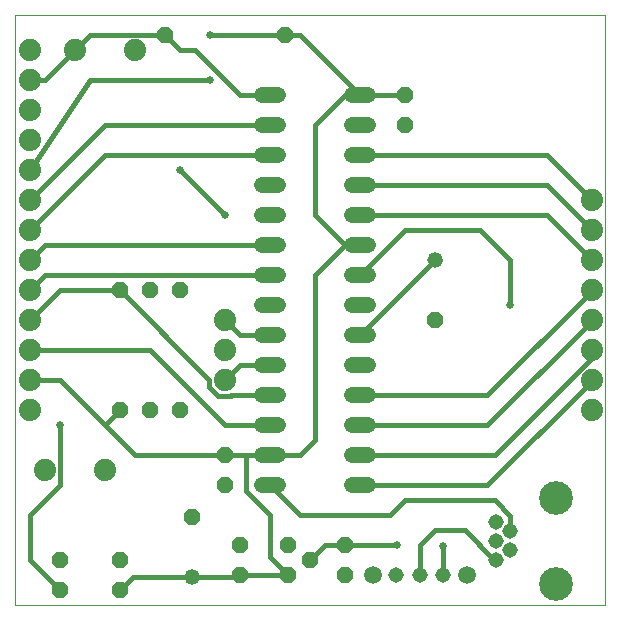
<source format=gtl>
G75*
%MOIN*%
%OFA0B0*%
%FSLAX25Y25*%
%IPPOS*%
%LPD*%
%AMOC8*
5,1,8,0,0,1.08239X$1,22.5*
%
%ADD10C,0.00000*%
%ADD11OC8,0.05200*%
%ADD12C,0.05200*%
%ADD13C,0.05150*%
%ADD14C,0.11220*%
%ADD15C,0.05200*%
%ADD16C,0.05937*%
%ADD17C,0.07400*%
%ADD18C,0.01600*%
%ADD19C,0.02578*%
D10*
X0005500Y0007548D02*
X0005500Y0204398D01*
X0202350Y0204398D01*
X0202350Y0007548D01*
X0005500Y0007548D01*
D11*
X0020500Y0012548D03*
X0020500Y0022548D03*
X0040500Y0022548D03*
X0040500Y0012548D03*
X0064500Y0037048D03*
X0075500Y0047548D03*
X0075500Y0057548D03*
X0060500Y0072548D03*
X0050500Y0072548D03*
X0040500Y0072548D03*
X0040500Y0112548D03*
X0050500Y0112548D03*
X0060500Y0112548D03*
X0135500Y0167548D03*
X0135500Y0177548D03*
X0095500Y0197548D03*
X0055500Y0197548D03*
X0145500Y0102548D03*
X0115500Y0027548D03*
X0115500Y0017548D03*
X0104000Y0022548D03*
X0096500Y0017548D03*
X0096500Y0027548D03*
X0080500Y0027548D03*
X0080500Y0017548D03*
D12*
X0064500Y0017048D03*
X0145500Y0122548D03*
D13*
X0165921Y0035347D03*
X0170646Y0032198D03*
X0165921Y0029048D03*
X0170646Y0025898D03*
X0165921Y0022749D03*
X0148374Y0017548D03*
X0140500Y0017548D03*
X0132626Y0017548D03*
D14*
X0186000Y0014678D03*
X0186000Y0043418D03*
D15*
X0123100Y0047548D02*
X0117900Y0047548D01*
X0117900Y0057548D02*
X0123100Y0057548D01*
X0123100Y0067548D02*
X0117900Y0067548D01*
X0117900Y0077548D02*
X0123100Y0077548D01*
X0123100Y0087548D02*
X0117900Y0087548D01*
X0117900Y0097548D02*
X0123100Y0097548D01*
X0123100Y0107548D02*
X0117900Y0107548D01*
X0117900Y0117548D02*
X0123100Y0117548D01*
X0123100Y0127548D02*
X0117900Y0127548D01*
X0117900Y0137548D02*
X0123100Y0137548D01*
X0123100Y0147548D02*
X0117900Y0147548D01*
X0117900Y0157548D02*
X0123100Y0157548D01*
X0123100Y0167548D02*
X0117900Y0167548D01*
X0117900Y0177548D02*
X0123100Y0177548D01*
X0093100Y0177548D02*
X0087900Y0177548D01*
X0087900Y0167548D02*
X0093100Y0167548D01*
X0093100Y0157548D02*
X0087900Y0157548D01*
X0087900Y0147548D02*
X0093100Y0147548D01*
X0093100Y0137548D02*
X0087900Y0137548D01*
X0087900Y0127548D02*
X0093100Y0127548D01*
X0093100Y0117548D02*
X0087900Y0117548D01*
X0087900Y0107548D02*
X0093100Y0107548D01*
X0093100Y0097548D02*
X0087900Y0097548D01*
X0087900Y0087548D02*
X0093100Y0087548D01*
X0093100Y0077548D02*
X0087900Y0077548D01*
X0087900Y0067548D02*
X0093100Y0067548D01*
X0093100Y0057548D02*
X0087900Y0057548D01*
X0087900Y0047548D02*
X0093100Y0047548D01*
D16*
X0124752Y0017548D03*
X0156248Y0017548D03*
D17*
X0198000Y0072548D03*
X0198000Y0082548D03*
X0198000Y0092548D03*
X0198000Y0102548D03*
X0198000Y0112548D03*
X0198000Y0122548D03*
X0198000Y0132548D03*
X0198000Y0142548D03*
X0075500Y0102548D03*
X0075500Y0092548D03*
X0075500Y0082548D03*
X0035500Y0052548D03*
X0015500Y0052548D03*
X0010500Y0072548D03*
X0010500Y0082548D03*
X0010500Y0092548D03*
X0010500Y0102548D03*
X0010500Y0112548D03*
X0010500Y0122548D03*
X0010500Y0132548D03*
X0010500Y0142548D03*
X0010500Y0152548D03*
X0010500Y0162548D03*
X0010500Y0172548D03*
X0010500Y0182548D03*
X0010500Y0192548D03*
X0025500Y0192548D03*
X0045500Y0192548D03*
D18*
X0047712Y0197548D02*
X0047612Y0197648D01*
X0030600Y0197648D01*
X0025500Y0192548D01*
X0015500Y0182548D01*
X0010500Y0182548D01*
X0030500Y0182548D02*
X0070500Y0182548D01*
X0080500Y0177548D02*
X0065500Y0192548D01*
X0060500Y0192548D01*
X0055500Y0197548D01*
X0047712Y0197548D01*
X0030500Y0182548D02*
X0010500Y0152548D01*
X0010500Y0142548D02*
X0035500Y0167548D01*
X0090500Y0167548D01*
X0090500Y0157548D02*
X0035500Y0157548D01*
X0010500Y0132548D01*
X0015500Y0127548D02*
X0090500Y0127548D01*
X0090500Y0117548D02*
X0015500Y0117548D01*
X0010500Y0112548D01*
X0010500Y0102548D02*
X0020500Y0112548D01*
X0040500Y0112548D01*
X0070400Y0082648D01*
X0070400Y0080436D01*
X0073388Y0077448D01*
X0077613Y0077448D01*
X0077713Y0077548D01*
X0090500Y0077548D01*
X0090500Y0067548D02*
X0075500Y0067548D01*
X0050500Y0092548D01*
X0010500Y0092548D01*
X0010500Y0082548D02*
X0020500Y0082548D01*
X0035500Y0067548D01*
X0040500Y0072548D01*
X0035500Y0067548D02*
X0045500Y0057548D01*
X0075500Y0057548D01*
X0082500Y0057548D01*
X0090500Y0057548D01*
X0100500Y0057548D01*
X0105500Y0062548D01*
X0105500Y0117548D01*
X0115500Y0127548D01*
X0105500Y0137548D01*
X0105500Y0167548D01*
X0115500Y0177548D01*
X0120500Y0177548D01*
X0100500Y0197548D01*
X0095500Y0197548D01*
X0070500Y0197548D01*
X0080500Y0177548D02*
X0090500Y0177548D01*
X0060500Y0152548D02*
X0075500Y0137548D01*
X0075500Y0102548D02*
X0080500Y0097548D01*
X0090500Y0097548D01*
X0090500Y0087548D02*
X0080500Y0087548D01*
X0075500Y0082548D01*
X0082500Y0057548D02*
X0082500Y0045548D01*
X0090500Y0037548D01*
X0090500Y0023548D01*
X0096500Y0017548D01*
X0080500Y0017548D01*
X0080000Y0017048D01*
X0064500Y0017048D01*
X0045000Y0017048D01*
X0040500Y0012548D01*
X0020500Y0012548D02*
X0010500Y0022548D01*
X0010500Y0037548D01*
X0020600Y0047648D01*
X0020600Y0054661D01*
X0020500Y0054761D01*
X0020500Y0067548D01*
X0010500Y0122548D02*
X0015500Y0127548D01*
X0090500Y0047548D02*
X0100500Y0037548D01*
X0130500Y0037548D01*
X0135500Y0042548D01*
X0165500Y0042548D01*
X0170646Y0037402D01*
X0170646Y0032198D01*
X0165921Y0022749D02*
X0165299Y0022749D01*
X0155500Y0032548D01*
X0145500Y0032548D01*
X0140500Y0027548D01*
X0140500Y0017548D01*
X0148374Y0017548D02*
X0148374Y0027422D01*
X0133000Y0027548D02*
X0115500Y0027548D01*
X0109000Y0027548D01*
X0104000Y0022548D01*
X0120500Y0047548D02*
X0163000Y0047548D01*
X0197550Y0082098D01*
X0197550Y0082548D01*
X0197550Y0089598D02*
X0165500Y0057548D01*
X0120500Y0057548D01*
X0120500Y0067548D02*
X0163000Y0067548D01*
X0197550Y0102098D01*
X0197550Y0102548D01*
X0197550Y0092548D02*
X0197550Y0089598D01*
X0197550Y0112098D02*
X0197550Y0112548D01*
X0197550Y0112098D02*
X0163000Y0077548D01*
X0120500Y0077548D01*
X0120500Y0097548D02*
X0145500Y0122548D01*
X0135500Y0132548D02*
X0160500Y0132548D01*
X0170500Y0122548D01*
X0170500Y0107548D01*
X0197550Y0122548D02*
X0197550Y0122998D01*
X0183000Y0137548D01*
X0120500Y0137548D01*
X0120500Y0127548D02*
X0115500Y0127548D01*
X0120500Y0117548D02*
X0135500Y0132548D01*
X0120500Y0147548D02*
X0183000Y0147548D01*
X0197550Y0132998D01*
X0197550Y0132548D01*
X0197550Y0142548D02*
X0197550Y0142998D01*
X0183000Y0157548D01*
X0120500Y0157548D01*
X0120500Y0177548D02*
X0135500Y0177548D01*
D19*
X0075500Y0137548D03*
X0060500Y0152548D03*
X0070500Y0182548D03*
X0070500Y0197548D03*
X0170500Y0107548D03*
X0148374Y0027422D03*
X0133000Y0027548D03*
X0020500Y0067548D03*
M02*

</source>
